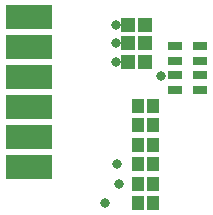
<source format=gts>
G04 Layer_Color=20142*
%FSLAX25Y25*%
%MOIN*%
G70*
G01*
G75*
%ADD20R,0.04540X0.04934*%
%ADD21R,0.03950X0.04540*%
%ADD22R,0.15800X0.08400*%
%ADD23R,0.05032X0.02965*%
%ADD24C,0.03200*%
D20*
X151354Y486000D02*
D03*
X145646D02*
D03*
X151354Y473500D02*
D03*
X145646D02*
D03*
Y480000D02*
D03*
X151354D02*
D03*
D21*
X154059Y426500D02*
D03*
X148941D02*
D03*
X154059Y433000D02*
D03*
X148941D02*
D03*
X154059Y439500D02*
D03*
X148941D02*
D03*
X154059Y459000D02*
D03*
X148941D02*
D03*
X148941Y452500D02*
D03*
X154059D02*
D03*
X154059Y446000D02*
D03*
X148941D02*
D03*
D22*
X112500Y438500D02*
D03*
Y448500D02*
D03*
Y488500D02*
D03*
Y478500D02*
D03*
Y468500D02*
D03*
Y458500D02*
D03*
D23*
X169683Y478882D02*
D03*
Y473961D02*
D03*
Y469039D02*
D03*
X161317Y464118D02*
D03*
Y469039D02*
D03*
Y473961D02*
D03*
X169683Y464118D02*
D03*
X161317Y478882D02*
D03*
D24*
X156500Y469000D02*
D03*
X141500Y473500D02*
D03*
Y486000D02*
D03*
X138000Y426500D02*
D03*
X142500Y433000D02*
D03*
X142000Y439500D02*
D03*
X141500Y480000D02*
D03*
M02*

</source>
